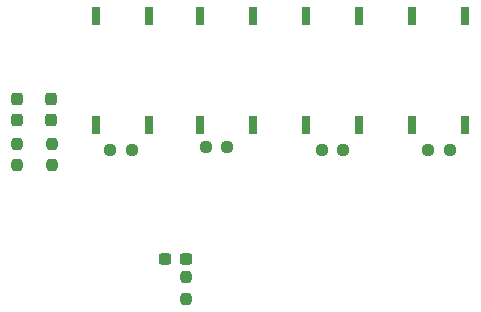
<source format=gbp>
%TF.GenerationSoftware,KiCad,Pcbnew,(7.0.0)*%
%TF.CreationDate,2023-05-09T15:07:27+03:00*%
%TF.ProjectId,IoT_sulari,496f545f-7375-46c6-9172-692e6b696361,rev?*%
%TF.SameCoordinates,Original*%
%TF.FileFunction,Paste,Bot*%
%TF.FilePolarity,Positive*%
%FSLAX46Y46*%
G04 Gerber Fmt 4.6, Leading zero omitted, Abs format (unit mm)*
G04 Created by KiCad (PCBNEW (7.0.0)) date 2023-05-09 15:07:27*
%MOMM*%
%LPD*%
G01*
G04 APERTURE LIST*
G04 Aperture macros list*
%AMRoundRect*
0 Rectangle with rounded corners*
0 $1 Rounding radius*
0 $2 $3 $4 $5 $6 $7 $8 $9 X,Y pos of 4 corners*
0 Add a 4 corners polygon primitive as box body*
4,1,4,$2,$3,$4,$5,$6,$7,$8,$9,$2,$3,0*
0 Add four circle primitives for the rounded corners*
1,1,$1+$1,$2,$3*
1,1,$1+$1,$4,$5*
1,1,$1+$1,$6,$7*
1,1,$1+$1,$8,$9*
0 Add four rect primitives between the rounded corners*
20,1,$1+$1,$2,$3,$4,$5,0*
20,1,$1+$1,$4,$5,$6,$7,0*
20,1,$1+$1,$6,$7,$8,$9,0*
20,1,$1+$1,$8,$9,$2,$3,0*%
G04 Aperture macros list end*
%ADD10RoundRect,0.237500X-0.237500X0.250000X-0.237500X-0.250000X0.237500X-0.250000X0.237500X0.250000X0*%
%ADD11RoundRect,0.237500X-0.250000X-0.237500X0.250000X-0.237500X0.250000X0.237500X-0.250000X0.237500X0*%
%ADD12RoundRect,0.237500X0.250000X0.237500X-0.250000X0.237500X-0.250000X-0.237500X0.250000X-0.237500X0*%
%ADD13RoundRect,0.237500X0.237500X-0.287500X0.237500X0.287500X-0.237500X0.287500X-0.237500X-0.287500X0*%
%ADD14R,0.761200X1.512799*%
%ADD15RoundRect,0.237500X0.300000X0.237500X-0.300000X0.237500X-0.300000X-0.237500X0.300000X-0.237500X0*%
G04 APERTURE END LIST*
D10*
%TO.C,R2*%
X109500000Y-58487500D03*
X109500000Y-60312500D03*
%TD*%
D11*
%TO.C,R8*%
X103087500Y-47700000D03*
X104912500Y-47700000D03*
%TD*%
D12*
%TO.C,R7*%
X113000000Y-47500000D03*
X111175000Y-47500000D03*
%TD*%
D13*
%TO.C,D1*%
X98100000Y-45175000D03*
X98100000Y-43425000D03*
%TD*%
D14*
%TO.C,SW2*%
X133154758Y-36402599D03*
X128654756Y-36402599D03*
X128654756Y-45597399D03*
X133154758Y-45597399D03*
%TD*%
D15*
%TO.C,C10*%
X109462500Y-56900000D03*
X107737500Y-56900000D03*
%TD*%
D14*
%TO.C,SW3*%
X124154758Y-36402599D03*
X119654756Y-36402599D03*
X119654756Y-45597399D03*
X124154758Y-45597399D03*
%TD*%
D11*
%TO.C,R5*%
X129987500Y-47700000D03*
X131812500Y-47700000D03*
%TD*%
%TO.C,R6*%
X120992258Y-47700000D03*
X122817258Y-47700000D03*
%TD*%
D14*
%TO.C,SW5*%
X106402258Y-36402599D03*
X101902256Y-36402599D03*
X101902256Y-45597399D03*
X106402258Y-45597399D03*
%TD*%
%TO.C,SW4*%
X115154758Y-36402599D03*
X110654756Y-36402599D03*
X110654756Y-45597399D03*
X115154758Y-45597399D03*
%TD*%
D13*
%TO.C,D2*%
X95200000Y-45175000D03*
X95200000Y-43425000D03*
%TD*%
D10*
%TO.C,R3*%
X98125000Y-47187500D03*
X98125000Y-49012500D03*
%TD*%
%TO.C,R4*%
X95210000Y-47170000D03*
X95210000Y-48995000D03*
%TD*%
M02*

</source>
